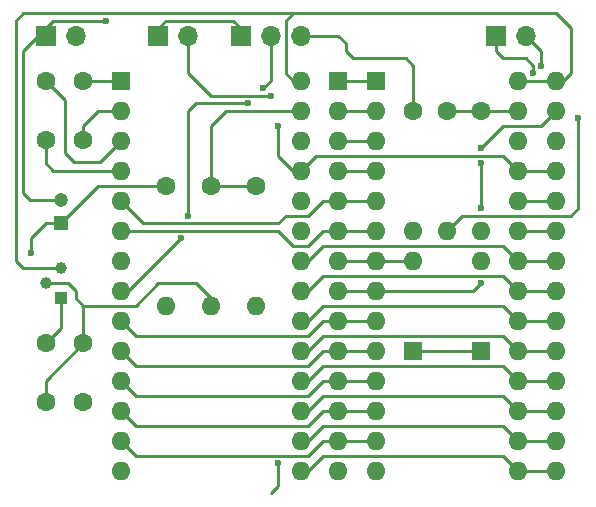
<source format=gtl>
G04 #@! TF.FileFunction,Copper,L1,Top,Signal*
%FSLAX46Y46*%
G04 Gerber Fmt 4.6, Leading zero omitted, Abs format (unit mm)*
G04 Created by KiCad (PCBNEW 4.0.7) date 10/08/19 17:55:41*
%MOMM*%
%LPD*%
G01*
G04 APERTURE LIST*
%ADD10C,0.100000*%
%ADD11R,1.600000X1.600000*%
%ADD12O,1.600000X1.600000*%
%ADD13C,1.600000*%
%ADD14R,1.200000X1.200000*%
%ADD15C,1.200000*%
%ADD16C,1.000000*%
%ADD17R,1.000000X1.000000*%
%ADD18R,1.700000X1.700000*%
%ADD19O,1.700000X1.700000*%
%ADD20C,0.600000*%
%ADD21C,0.250000*%
G04 APERTURE END LIST*
D10*
D11*
X127000000Y-104140000D03*
D12*
X142240000Y-121920000D03*
X127000000Y-106680000D03*
X142240000Y-119380000D03*
X127000000Y-109220000D03*
X142240000Y-116840000D03*
X127000000Y-111760000D03*
X142240000Y-114300000D03*
X127000000Y-114300000D03*
X142240000Y-111760000D03*
X127000000Y-116840000D03*
X142240000Y-109220000D03*
X127000000Y-119380000D03*
X142240000Y-106680000D03*
X127000000Y-121920000D03*
X142240000Y-104140000D03*
X127000000Y-124460000D03*
X127000000Y-127000000D03*
X127000000Y-129540000D03*
X127000000Y-132080000D03*
X127000000Y-134620000D03*
X127000000Y-137160000D03*
X142240000Y-137160000D03*
X142240000Y-134620000D03*
X142240000Y-132080000D03*
X142240000Y-129540000D03*
X142240000Y-127000000D03*
X142240000Y-124460000D03*
D13*
X102235000Y-104140000D03*
X102235000Y-109140000D03*
X105410000Y-104140000D03*
X105410000Y-109140000D03*
X105410000Y-126365000D03*
X105410000Y-131365000D03*
X102235000Y-126365000D03*
X102235000Y-131365000D03*
D14*
X103505000Y-116205000D03*
D15*
X103505000Y-114205000D03*
D16*
X102235000Y-121285000D03*
X103505000Y-120015000D03*
D17*
X103505000Y-122555000D03*
D13*
X120015000Y-113030000D03*
D12*
X120015000Y-123190000D03*
D13*
X116205000Y-113030000D03*
D12*
X116205000Y-123190000D03*
D13*
X112395000Y-113030000D03*
D12*
X112395000Y-123190000D03*
D11*
X130175000Y-104140000D03*
D12*
X145415000Y-137160000D03*
X130175000Y-106680000D03*
X145415000Y-134620000D03*
X130175000Y-109220000D03*
X145415000Y-132080000D03*
X130175000Y-111760000D03*
X145415000Y-129540000D03*
X130175000Y-114300000D03*
X145415000Y-127000000D03*
X130175000Y-116840000D03*
X145415000Y-124460000D03*
X130175000Y-119380000D03*
X145415000Y-121920000D03*
X130175000Y-121920000D03*
X145415000Y-119380000D03*
X130175000Y-124460000D03*
X145415000Y-116840000D03*
X130175000Y-127000000D03*
X145415000Y-114300000D03*
X130175000Y-129540000D03*
X145415000Y-111760000D03*
X130175000Y-132080000D03*
X145415000Y-109220000D03*
X130175000Y-134620000D03*
X145415000Y-106680000D03*
X130175000Y-137160000D03*
X145415000Y-104140000D03*
D11*
X108585000Y-104140000D03*
D12*
X123825000Y-137160000D03*
X108585000Y-106680000D03*
X123825000Y-134620000D03*
X108585000Y-109220000D03*
X123825000Y-132080000D03*
X108585000Y-111760000D03*
X123825000Y-129540000D03*
X108585000Y-114300000D03*
X123825000Y-127000000D03*
X108585000Y-116840000D03*
X123825000Y-124460000D03*
X108585000Y-119380000D03*
X123825000Y-121920000D03*
X108585000Y-121920000D03*
X123825000Y-119380000D03*
X108585000Y-124460000D03*
X123825000Y-116840000D03*
X108585000Y-127000000D03*
X123825000Y-114300000D03*
X108585000Y-129540000D03*
X123825000Y-111760000D03*
X108585000Y-132080000D03*
X123825000Y-109220000D03*
X108585000Y-134620000D03*
X123825000Y-106680000D03*
X108585000Y-137160000D03*
X123825000Y-104140000D03*
D18*
X111760000Y-100330000D03*
D19*
X114300000Y-100330000D03*
D11*
X133350000Y-127000000D03*
D12*
X133350000Y-119380000D03*
D11*
X139065000Y-127000000D03*
D12*
X139065000Y-119380000D03*
D18*
X118745000Y-100330000D03*
D19*
X121285000Y-100330000D03*
X123825000Y-100330000D03*
D13*
X133350000Y-106680000D03*
D12*
X133350000Y-116840000D03*
D13*
X139065000Y-106680000D03*
D12*
X139065000Y-116840000D03*
D13*
X136205000Y-106680000D03*
D12*
X136205000Y-116840000D03*
D18*
X140335000Y-100330000D03*
D19*
X142875000Y-100330000D03*
D18*
X102235000Y-100330000D03*
D19*
X104775000Y-100330000D03*
D20*
X121920000Y-136525000D03*
X121285000Y-105410000D03*
X121920000Y-107950000D03*
X143510000Y-103505000D03*
X144145000Y-102870000D03*
X100965000Y-118745000D03*
X139065000Y-121285000D03*
X120650000Y-104775000D03*
X119380000Y-106045000D03*
X114300000Y-115570000D03*
X113665000Y-117475000D03*
X147320000Y-107315000D03*
X107315000Y-99060000D03*
X139065000Y-109855000D03*
X139065000Y-111125000D03*
X139065000Y-114935000D03*
D21*
X121920000Y-136525000D02*
X121920000Y-138430000D01*
X121920000Y-138430000D02*
X121285000Y-139065000D01*
X130175000Y-104140000D02*
X127000000Y-104140000D01*
X123825000Y-121920000D02*
X124460000Y-121920000D01*
X124460000Y-121920000D02*
X125730000Y-120650000D01*
X140970000Y-120650000D02*
X142240000Y-121920000D01*
X125730000Y-120650000D02*
X140970000Y-120650000D01*
X142240000Y-121920000D02*
X145415000Y-121920000D01*
X127000000Y-106680000D02*
X130175000Y-106680000D01*
X126365000Y-118110000D02*
X125730000Y-118110000D01*
X126365000Y-118110000D02*
X140970000Y-118110000D01*
X142240000Y-119380000D02*
X140970000Y-118110000D01*
X125730000Y-118110000D02*
X124460000Y-119380000D01*
X124460000Y-119380000D02*
X123825000Y-119380000D01*
X142240000Y-119380000D02*
X145415000Y-119380000D01*
X127000000Y-109220000D02*
X130175000Y-109220000D01*
X142240000Y-116840000D02*
X145415000Y-116840000D01*
X127000000Y-111760000D02*
X130175000Y-111760000D01*
X142240000Y-114300000D02*
X145415000Y-114300000D01*
X109855000Y-115570000D02*
X110490000Y-116205000D01*
X121920000Y-116205000D02*
X122555000Y-115570000D01*
X110490000Y-116205000D02*
X121920000Y-116205000D01*
X124460000Y-115570000D02*
X122555000Y-115570000D01*
X127000000Y-114300000D02*
X125730000Y-114300000D01*
X125730000Y-114300000D02*
X124460000Y-115570000D01*
X109855000Y-115570000D02*
X108585000Y-114300000D01*
X127000000Y-114300000D02*
X130175000Y-114300000D01*
X114935000Y-104140000D02*
X114300000Y-103505000D01*
X114935000Y-104140000D02*
X116205000Y-105410000D01*
X116205000Y-105410000D02*
X121285000Y-105410000D01*
X121920000Y-107950000D02*
X121920000Y-110490000D01*
X123190000Y-111760000D02*
X121920000Y-110490000D01*
X114300000Y-103505000D02*
X114300000Y-100330000D01*
X123190000Y-111760000D02*
X123825000Y-111760000D01*
X123825000Y-111760000D02*
X125095000Y-110490000D01*
X140970000Y-110490000D02*
X142240000Y-111760000D01*
X125095000Y-110490000D02*
X140970000Y-110490000D01*
X142240000Y-111760000D02*
X145415000Y-111760000D01*
X108585000Y-116840000D02*
X121920000Y-116840000D01*
X108585000Y-116840000D02*
X109220000Y-116840000D01*
X121920000Y-116840000D02*
X123190000Y-118110000D01*
X127000000Y-116840000D02*
X125730000Y-116840000D01*
X125730000Y-116840000D02*
X124460000Y-118110000D01*
X124460000Y-118110000D02*
X123190000Y-118110000D01*
X127000000Y-116840000D02*
X130175000Y-116840000D01*
X140335000Y-100330000D02*
X140335000Y-99695000D01*
X143510000Y-103505000D02*
X143510000Y-102870000D01*
X140335000Y-101600000D02*
X140335000Y-100330000D01*
X140970000Y-102235000D02*
X140335000Y-101600000D01*
X142875000Y-102235000D02*
X140970000Y-102235000D01*
X143510000Y-102870000D02*
X142875000Y-102235000D01*
X122555000Y-99060000D02*
X123190000Y-98425000D01*
X123190000Y-104140000D02*
X122555000Y-103505000D01*
X122555000Y-103505000D02*
X122555000Y-99060000D01*
X123825000Y-104140000D02*
X123190000Y-104140000D01*
X142240000Y-104140000D02*
X145415000Y-104140000D01*
X146685000Y-99695000D02*
X145415000Y-98425000D01*
X146050000Y-104140000D02*
X146685000Y-103505000D01*
X146685000Y-99695000D02*
X146685000Y-103505000D01*
X123190000Y-98425000D02*
X124460000Y-98425000D01*
X124460000Y-98425000D02*
X145415000Y-98425000D01*
X111760000Y-98425000D02*
X100330000Y-98425000D01*
X116840000Y-98425000D02*
X122555000Y-98425000D01*
X122555000Y-98425000D02*
X123190000Y-98425000D01*
X111760000Y-98425000D02*
X116840000Y-98425000D01*
X100330000Y-120015000D02*
X103505000Y-120015000D01*
X99695000Y-119380000D02*
X100330000Y-120015000D01*
X99695000Y-99060000D02*
X99695000Y-119380000D01*
X100330000Y-98425000D02*
X99695000Y-99060000D01*
X146050000Y-104140000D02*
X145415000Y-104140000D01*
X124460000Y-125730000D02*
X109855000Y-125730000D01*
X125730000Y-124460000D02*
X124460000Y-125730000D01*
X127000000Y-124460000D02*
X125730000Y-124460000D01*
X109855000Y-125730000D02*
X108585000Y-124460000D01*
X127000000Y-124460000D02*
X130175000Y-124460000D01*
X127000000Y-127000000D02*
X125730000Y-127000000D01*
X109855000Y-128270000D02*
X108585000Y-127000000D01*
X124460000Y-128270000D02*
X109855000Y-128270000D01*
X125730000Y-127000000D02*
X124460000Y-128270000D01*
X127000000Y-127000000D02*
X130175000Y-127000000D01*
X124460000Y-130810000D02*
X109855000Y-130810000D01*
X125730000Y-129540000D02*
X124460000Y-130810000D01*
X127000000Y-129540000D02*
X125730000Y-129540000D01*
X109855000Y-130810000D02*
X108585000Y-129540000D01*
X127000000Y-129540000D02*
X130175000Y-129540000D01*
X127000000Y-132080000D02*
X125730000Y-132080000D01*
X109855000Y-133350000D02*
X108585000Y-132080000D01*
X124460000Y-133350000D02*
X109855000Y-133350000D01*
X125730000Y-132080000D02*
X124460000Y-133350000D01*
X127000000Y-132080000D02*
X130175000Y-132080000D01*
X124460000Y-135890000D02*
X109855000Y-135890000D01*
X125730000Y-134620000D02*
X124460000Y-135890000D01*
X127000000Y-134620000D02*
X125730000Y-134620000D01*
X109855000Y-135890000D02*
X108585000Y-134620000D01*
X127000000Y-134620000D02*
X130175000Y-134620000D01*
X123825000Y-137160000D02*
X124460000Y-137160000D01*
X124460000Y-137160000D02*
X125730000Y-135890000D01*
X125730000Y-135890000D02*
X140970000Y-135890000D01*
X140970000Y-135890000D02*
X142240000Y-137160000D01*
X142240000Y-137160000D02*
X145415000Y-137160000D01*
X123825000Y-134620000D02*
X124460000Y-134620000D01*
X124460000Y-134620000D02*
X125730000Y-133350000D01*
X125730000Y-133350000D02*
X140970000Y-133350000D01*
X140970000Y-133350000D02*
X142240000Y-134620000D01*
X142240000Y-134620000D02*
X145415000Y-134620000D01*
X124460000Y-132080000D02*
X125730000Y-130810000D01*
X125730000Y-130810000D02*
X140970000Y-130810000D01*
X140970000Y-130810000D02*
X142240000Y-132080000D01*
X124460000Y-132080000D02*
X123825000Y-132080000D01*
X142240000Y-132080000D02*
X145415000Y-132080000D01*
X126365000Y-128270000D02*
X125730000Y-128270000D01*
X126365000Y-128270000D02*
X140970000Y-128270000D01*
X142240000Y-129540000D02*
X140970000Y-128270000D01*
X125730000Y-128270000D02*
X124460000Y-129540000D01*
X124460000Y-129540000D02*
X123825000Y-129540000D01*
X142240000Y-129540000D02*
X145415000Y-129540000D01*
X125730000Y-125730000D02*
X124460000Y-127000000D01*
X124460000Y-127000000D02*
X123825000Y-127000000D01*
X140970000Y-125730000D02*
X142240000Y-127000000D01*
X125730000Y-125730000D02*
X140970000Y-125730000D01*
X142240000Y-127000000D02*
X145415000Y-127000000D01*
X124460000Y-124460000D02*
X125730000Y-123190000D01*
X125730000Y-123190000D02*
X140970000Y-123190000D01*
X140970000Y-123190000D02*
X142240000Y-124460000D01*
X124460000Y-124460000D02*
X123825000Y-124460000D01*
X142240000Y-124460000D02*
X145415000Y-124460000D01*
X104140000Y-110490000D02*
X104648000Y-110998000D01*
X106807000Y-110998000D02*
X107315000Y-110490000D01*
X104648000Y-110998000D02*
X106807000Y-110998000D01*
X103886000Y-110236000D02*
X103886000Y-108204000D01*
X104140000Y-110490000D02*
X103886000Y-110236000D01*
X103886000Y-108204000D02*
X103886000Y-105791000D01*
X108585000Y-109220000D02*
X107315000Y-110490000D01*
X103886000Y-105791000D02*
X102235000Y-104140000D01*
X102235000Y-109140000D02*
X102235000Y-111125000D01*
X102870000Y-111760000D02*
X104140000Y-111760000D01*
X102235000Y-111125000D02*
X102870000Y-111760000D01*
X102235000Y-109140000D02*
X102235000Y-109855000D01*
X104140000Y-111760000D02*
X108585000Y-111760000D01*
X108585000Y-111760000D02*
X109220000Y-111760000D01*
X105410000Y-104140000D02*
X108585000Y-104140000D01*
X105410000Y-109140000D02*
X105410000Y-107950000D01*
X106680000Y-106680000D02*
X108585000Y-106680000D01*
X105410000Y-107950000D02*
X106680000Y-106680000D01*
X102235000Y-131365000D02*
X102235000Y-129540000D01*
X102235000Y-129540000D02*
X105410000Y-126365000D01*
X105410000Y-126365000D02*
X105410000Y-123190000D01*
X109855000Y-123190000D02*
X111760000Y-121285000D01*
X114935000Y-121285000D02*
X116205000Y-122555000D01*
X111760000Y-121285000D02*
X114935000Y-121285000D01*
X116205000Y-122555000D02*
X116205000Y-123190000D01*
X105410000Y-123190000D02*
X104775000Y-122555000D01*
X109855000Y-123190000D02*
X105410000Y-123190000D01*
X102235000Y-121285000D02*
X104140000Y-121285000D01*
X104775000Y-121920000D02*
X104775000Y-122555000D01*
X104140000Y-121285000D02*
X104775000Y-121920000D01*
X144145000Y-102870000D02*
X144145000Y-102870000D01*
X144145000Y-102870000D02*
X144145000Y-101600000D01*
X144145000Y-101600000D02*
X142875000Y-100330000D01*
X116205000Y-113030000D02*
X116205000Y-107950000D01*
X117475000Y-106680000D02*
X121285000Y-106680000D01*
X116205000Y-107950000D02*
X117475000Y-106680000D01*
X116205000Y-113030000D02*
X120015000Y-113030000D01*
X121285000Y-106680000D02*
X123825000Y-106680000D01*
X102235000Y-126365000D02*
X103505000Y-125095000D01*
X103505000Y-125095000D02*
X103505000Y-122555000D01*
X103505000Y-116205000D02*
X102235000Y-116205000D01*
X100965000Y-117475000D02*
X100965000Y-118745000D01*
X102235000Y-116205000D02*
X100965000Y-117475000D01*
X112395000Y-113030000D02*
X106680000Y-113030000D01*
X106680000Y-113030000D02*
X103505000Y-116205000D01*
X130175000Y-121920000D02*
X138430000Y-121920000D01*
X138430000Y-121920000D02*
X139065000Y-121285000D01*
X127000000Y-121920000D02*
X130175000Y-121920000D01*
X111760000Y-100330000D02*
X111760000Y-99695000D01*
X111760000Y-99695000D02*
X112395000Y-99060000D01*
X118110000Y-99060000D02*
X118745000Y-99695000D01*
X112395000Y-99060000D02*
X118110000Y-99060000D01*
X118745000Y-99695000D02*
X118745000Y-100330000D01*
X121285000Y-102870000D02*
X121285000Y-100330000D01*
X121285000Y-103505000D02*
X121285000Y-104140000D01*
X121285000Y-104140000D02*
X120650000Y-104775000D01*
X121285000Y-103505000D02*
X121285000Y-102870000D01*
X108585000Y-121920000D02*
X109220000Y-121920000D01*
X109220000Y-121920000D02*
X113665000Y-117475000D01*
X114935000Y-106045000D02*
X119380000Y-106045000D01*
X114300000Y-106680000D02*
X114935000Y-106045000D01*
X114300000Y-107950000D02*
X114300000Y-106680000D01*
X114300000Y-115570000D02*
X114300000Y-107950000D01*
X130175000Y-119380000D02*
X133350000Y-119380000D01*
X127000000Y-119380000D02*
X130175000Y-119380000D01*
X139065000Y-106680000D02*
X142240000Y-106680000D01*
X136205000Y-106680000D02*
X139065000Y-106680000D01*
X102235000Y-100330000D02*
X101600000Y-100330000D01*
X101600000Y-100330000D02*
X100330000Y-101600000D01*
X102235000Y-100330000D02*
X102235000Y-99695000D01*
X102235000Y-99695000D02*
X102870000Y-99060000D01*
X140335000Y-115570000D02*
X137475000Y-115570000D01*
X147320000Y-107315000D02*
X147320000Y-114935000D01*
X147320000Y-114935000D02*
X146685000Y-115570000D01*
X146685000Y-115570000D02*
X140335000Y-115570000D01*
X137475000Y-115570000D02*
X136205000Y-116840000D01*
X100870000Y-114205000D02*
X100330000Y-113665000D01*
X100330000Y-113665000D02*
X100330000Y-101600000D01*
X102870000Y-99060000D02*
X106045000Y-99060000D01*
X100870000Y-114205000D02*
X103505000Y-114205000D01*
X106045000Y-99060000D02*
X107315000Y-99060000D01*
X123825000Y-100330000D02*
X127000000Y-100330000D01*
X128905000Y-102235000D02*
X132715000Y-102235000D01*
X132715000Y-102235000D02*
X133350000Y-102870000D01*
X133350000Y-102870000D02*
X133350000Y-106680000D01*
X128905000Y-102235000D02*
X128270000Y-102235000D01*
X128270000Y-102235000D02*
X127635000Y-101600000D01*
X127635000Y-101600000D02*
X127635000Y-100965000D01*
X127635000Y-100965000D02*
X127000000Y-100330000D01*
X133350000Y-127000000D02*
X139065000Y-127000000D01*
X144145000Y-107950000D02*
X140970000Y-107950000D01*
X140970000Y-107950000D02*
X139065000Y-109855000D01*
X144145000Y-107950000D02*
X145415000Y-106680000D01*
X139065000Y-114935000D02*
X139065000Y-111125000D01*
M02*

</source>
